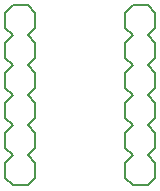
<source format=gbr>
G04 DesignSpark PCB Gerber Version 10.0 Build 5299*
G04 #@! TF.Part,Single*
G04 #@! TF.FileFunction,Legend,Bot*
G04 #@! TF.FilePolarity,Positive*
%FSLAX35Y35*%
%MOIN*%
%ADD24C,0.00800*%
G04 #@! TD.AperFunction*
X0Y0D02*
D02*
D24*
X388124Y267376D02*
Y262376D01*
X390624Y259876D01*
X395624D01*
X398124Y262376D01*
Y267376D01*
X395624Y269876D01*
X398124Y272376D01*
Y277376D01*
X395624Y279876D01*
X398124Y282376D01*
Y287376D01*
X395624Y289876D01*
X398124Y292376D01*
Y297376D01*
X395624Y299876D01*
X398124Y302376D01*
Y307376D01*
X395624Y309876D01*
X398124Y312376D01*
Y317376D01*
X395624Y319876D01*
X390624D01*
X388124Y317376D01*
Y312376D01*
X390624Y309876D01*
X388124Y307376D01*
Y302376D01*
X390624Y299876D01*
X388124Y297376D01*
Y292376D01*
X390624Y289876D01*
X388124Y287376D01*
Y282376D01*
X390624Y279876D01*
X388124Y277376D01*
Y272376D01*
X390624Y269876D01*
X388124Y267376D01*
X438124Y312376D02*
Y317376D01*
X435624Y319876D01*
X430624D01*
X428124Y317376D01*
Y312376D01*
X430624Y309876D01*
X428124Y307376D01*
Y302376D01*
X430624Y299876D01*
X428124Y297376D01*
Y292376D01*
X430624Y289876D01*
X428124Y287376D01*
Y282376D01*
X430624Y279876D01*
X428124Y277376D01*
Y272376D01*
X430624Y269876D01*
X428124Y267376D01*
Y262376D01*
X430624Y259876D01*
X435624D01*
X438124Y262376D01*
Y267376D01*
X435624Y269876D01*
X438124Y272376D01*
Y277376D01*
X435624Y279876D01*
X438124Y282376D01*
Y287376D01*
X435624Y289876D01*
X438124Y292376D01*
Y297376D01*
X435624Y299876D01*
X438124Y302376D01*
Y307376D01*
X435624Y309876D01*
X438124Y312376D01*
X0Y0D02*
M02*

</source>
